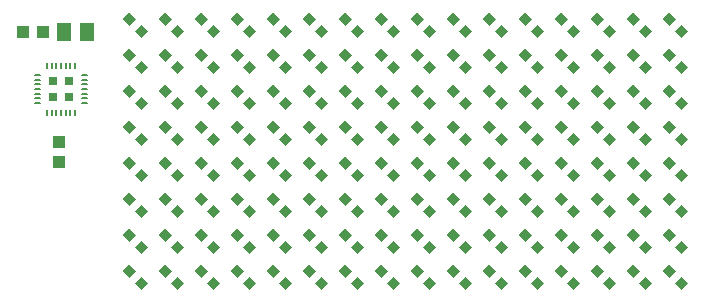
<source format=gbr>
G04 EAGLE Gerber RS-274X export*
G75*
%MOMM*%
%FSLAX34Y34*%
%LPD*%
%INSolderpaste Top*%
%IPPOS*%
%AMOC8*
5,1,8,0,0,1.08239X$1,22.5*%
G01*
%ADD10R,0.800000X0.800000*%
%ADD11C,0.180000*%
%ADD12R,0.700000X0.700000*%
%ADD13R,1.240000X1.500000*%
%ADD14R,1.075000X1.000000*%
%ADD15R,1.000000X1.075000*%


D10*
G36*
X110264Y10699D02*
X115920Y16355D01*
X121576Y10699D01*
X115920Y5043D01*
X110264Y10699D01*
G37*
G36*
X99658Y21305D02*
X105314Y26961D01*
X110970Y21305D01*
X105314Y15649D01*
X99658Y21305D01*
G37*
G36*
X110264Y41179D02*
X115920Y46835D01*
X121576Y41179D01*
X115920Y35523D01*
X110264Y41179D01*
G37*
G36*
X99658Y51785D02*
X105314Y57441D01*
X110970Y51785D01*
X105314Y46129D01*
X99658Y51785D01*
G37*
G36*
X110264Y71659D02*
X115920Y77315D01*
X121576Y71659D01*
X115920Y66003D01*
X110264Y71659D01*
G37*
G36*
X99658Y82265D02*
X105314Y87921D01*
X110970Y82265D01*
X105314Y76609D01*
X99658Y82265D01*
G37*
G36*
X110264Y102139D02*
X115920Y107795D01*
X121576Y102139D01*
X115920Y96483D01*
X110264Y102139D01*
G37*
G36*
X99658Y112745D02*
X105314Y118401D01*
X110970Y112745D01*
X105314Y107089D01*
X99658Y112745D01*
G37*
G36*
X110264Y132619D02*
X115920Y138275D01*
X121576Y132619D01*
X115920Y126963D01*
X110264Y132619D01*
G37*
G36*
X99658Y143225D02*
X105314Y148881D01*
X110970Y143225D01*
X105314Y137569D01*
X99658Y143225D01*
G37*
G36*
X110264Y163099D02*
X115920Y168755D01*
X121576Y163099D01*
X115920Y157443D01*
X110264Y163099D01*
G37*
G36*
X99658Y173705D02*
X105314Y179361D01*
X110970Y173705D01*
X105314Y168049D01*
X99658Y173705D01*
G37*
G36*
X110264Y193579D02*
X115920Y199235D01*
X121576Y193579D01*
X115920Y187923D01*
X110264Y193579D01*
G37*
G36*
X99658Y204185D02*
X105314Y209841D01*
X110970Y204185D01*
X105314Y198529D01*
X99658Y204185D01*
G37*
G36*
X110264Y224059D02*
X115920Y229715D01*
X121576Y224059D01*
X115920Y218403D01*
X110264Y224059D01*
G37*
G36*
X99658Y234665D02*
X105314Y240321D01*
X110970Y234665D01*
X105314Y229009D01*
X99658Y234665D01*
G37*
G36*
X140744Y10699D02*
X146400Y16355D01*
X152056Y10699D01*
X146400Y5043D01*
X140744Y10699D01*
G37*
G36*
X130138Y21305D02*
X135794Y26961D01*
X141450Y21305D01*
X135794Y15649D01*
X130138Y21305D01*
G37*
G36*
X140744Y41179D02*
X146400Y46835D01*
X152056Y41179D01*
X146400Y35523D01*
X140744Y41179D01*
G37*
G36*
X130138Y51785D02*
X135794Y57441D01*
X141450Y51785D01*
X135794Y46129D01*
X130138Y51785D01*
G37*
G36*
X140744Y71659D02*
X146400Y77315D01*
X152056Y71659D01*
X146400Y66003D01*
X140744Y71659D01*
G37*
G36*
X130138Y82265D02*
X135794Y87921D01*
X141450Y82265D01*
X135794Y76609D01*
X130138Y82265D01*
G37*
G36*
X140744Y102139D02*
X146400Y107795D01*
X152056Y102139D01*
X146400Y96483D01*
X140744Y102139D01*
G37*
G36*
X130138Y112745D02*
X135794Y118401D01*
X141450Y112745D01*
X135794Y107089D01*
X130138Y112745D01*
G37*
G36*
X140744Y132619D02*
X146400Y138275D01*
X152056Y132619D01*
X146400Y126963D01*
X140744Y132619D01*
G37*
G36*
X130138Y143225D02*
X135794Y148881D01*
X141450Y143225D01*
X135794Y137569D01*
X130138Y143225D01*
G37*
G36*
X140744Y163099D02*
X146400Y168755D01*
X152056Y163099D01*
X146400Y157443D01*
X140744Y163099D01*
G37*
G36*
X130138Y173705D02*
X135794Y179361D01*
X141450Y173705D01*
X135794Y168049D01*
X130138Y173705D01*
G37*
G36*
X140744Y193579D02*
X146400Y199235D01*
X152056Y193579D01*
X146400Y187923D01*
X140744Y193579D01*
G37*
G36*
X130138Y204185D02*
X135794Y209841D01*
X141450Y204185D01*
X135794Y198529D01*
X130138Y204185D01*
G37*
G36*
X140744Y224059D02*
X146400Y229715D01*
X152056Y224059D01*
X146400Y218403D01*
X140744Y224059D01*
G37*
G36*
X130138Y234665D02*
X135794Y240321D01*
X141450Y234665D01*
X135794Y229009D01*
X130138Y234665D01*
G37*
G36*
X171224Y10699D02*
X176880Y16355D01*
X182536Y10699D01*
X176880Y5043D01*
X171224Y10699D01*
G37*
G36*
X160618Y21305D02*
X166274Y26961D01*
X171930Y21305D01*
X166274Y15649D01*
X160618Y21305D01*
G37*
G36*
X171224Y41179D02*
X176880Y46835D01*
X182536Y41179D01*
X176880Y35523D01*
X171224Y41179D01*
G37*
G36*
X160618Y51785D02*
X166274Y57441D01*
X171930Y51785D01*
X166274Y46129D01*
X160618Y51785D01*
G37*
G36*
X171224Y71659D02*
X176880Y77315D01*
X182536Y71659D01*
X176880Y66003D01*
X171224Y71659D01*
G37*
G36*
X160618Y82265D02*
X166274Y87921D01*
X171930Y82265D01*
X166274Y76609D01*
X160618Y82265D01*
G37*
G36*
X171224Y102139D02*
X176880Y107795D01*
X182536Y102139D01*
X176880Y96483D01*
X171224Y102139D01*
G37*
G36*
X160618Y112745D02*
X166274Y118401D01*
X171930Y112745D01*
X166274Y107089D01*
X160618Y112745D01*
G37*
G36*
X171224Y132619D02*
X176880Y138275D01*
X182536Y132619D01*
X176880Y126963D01*
X171224Y132619D01*
G37*
G36*
X160618Y143225D02*
X166274Y148881D01*
X171930Y143225D01*
X166274Y137569D01*
X160618Y143225D01*
G37*
G36*
X171224Y163099D02*
X176880Y168755D01*
X182536Y163099D01*
X176880Y157443D01*
X171224Y163099D01*
G37*
G36*
X160618Y173705D02*
X166274Y179361D01*
X171930Y173705D01*
X166274Y168049D01*
X160618Y173705D01*
G37*
G36*
X171224Y193579D02*
X176880Y199235D01*
X182536Y193579D01*
X176880Y187923D01*
X171224Y193579D01*
G37*
G36*
X160618Y204185D02*
X166274Y209841D01*
X171930Y204185D01*
X166274Y198529D01*
X160618Y204185D01*
G37*
G36*
X171224Y224059D02*
X176880Y229715D01*
X182536Y224059D01*
X176880Y218403D01*
X171224Y224059D01*
G37*
G36*
X160618Y234665D02*
X166274Y240321D01*
X171930Y234665D01*
X166274Y229009D01*
X160618Y234665D01*
G37*
G36*
X201704Y10699D02*
X207360Y16355D01*
X213016Y10699D01*
X207360Y5043D01*
X201704Y10699D01*
G37*
G36*
X191098Y21305D02*
X196754Y26961D01*
X202410Y21305D01*
X196754Y15649D01*
X191098Y21305D01*
G37*
G36*
X201704Y41179D02*
X207360Y46835D01*
X213016Y41179D01*
X207360Y35523D01*
X201704Y41179D01*
G37*
G36*
X191098Y51785D02*
X196754Y57441D01*
X202410Y51785D01*
X196754Y46129D01*
X191098Y51785D01*
G37*
G36*
X201704Y71659D02*
X207360Y77315D01*
X213016Y71659D01*
X207360Y66003D01*
X201704Y71659D01*
G37*
G36*
X191098Y82265D02*
X196754Y87921D01*
X202410Y82265D01*
X196754Y76609D01*
X191098Y82265D01*
G37*
G36*
X201704Y102139D02*
X207360Y107795D01*
X213016Y102139D01*
X207360Y96483D01*
X201704Y102139D01*
G37*
G36*
X191098Y112745D02*
X196754Y118401D01*
X202410Y112745D01*
X196754Y107089D01*
X191098Y112745D01*
G37*
G36*
X201704Y132619D02*
X207360Y138275D01*
X213016Y132619D01*
X207360Y126963D01*
X201704Y132619D01*
G37*
G36*
X191098Y143225D02*
X196754Y148881D01*
X202410Y143225D01*
X196754Y137569D01*
X191098Y143225D01*
G37*
G36*
X201704Y163099D02*
X207360Y168755D01*
X213016Y163099D01*
X207360Y157443D01*
X201704Y163099D01*
G37*
G36*
X191098Y173705D02*
X196754Y179361D01*
X202410Y173705D01*
X196754Y168049D01*
X191098Y173705D01*
G37*
G36*
X201704Y193579D02*
X207360Y199235D01*
X213016Y193579D01*
X207360Y187923D01*
X201704Y193579D01*
G37*
G36*
X191098Y204185D02*
X196754Y209841D01*
X202410Y204185D01*
X196754Y198529D01*
X191098Y204185D01*
G37*
G36*
X201704Y224059D02*
X207360Y229715D01*
X213016Y224059D01*
X207360Y218403D01*
X201704Y224059D01*
G37*
G36*
X191098Y234665D02*
X196754Y240321D01*
X202410Y234665D01*
X196754Y229009D01*
X191098Y234665D01*
G37*
G36*
X232184Y10699D02*
X237840Y16355D01*
X243496Y10699D01*
X237840Y5043D01*
X232184Y10699D01*
G37*
G36*
X221578Y21305D02*
X227234Y26961D01*
X232890Y21305D01*
X227234Y15649D01*
X221578Y21305D01*
G37*
G36*
X232184Y41179D02*
X237840Y46835D01*
X243496Y41179D01*
X237840Y35523D01*
X232184Y41179D01*
G37*
G36*
X221578Y51785D02*
X227234Y57441D01*
X232890Y51785D01*
X227234Y46129D01*
X221578Y51785D01*
G37*
G36*
X232184Y71659D02*
X237840Y77315D01*
X243496Y71659D01*
X237840Y66003D01*
X232184Y71659D01*
G37*
G36*
X221578Y82265D02*
X227234Y87921D01*
X232890Y82265D01*
X227234Y76609D01*
X221578Y82265D01*
G37*
G36*
X232184Y102139D02*
X237840Y107795D01*
X243496Y102139D01*
X237840Y96483D01*
X232184Y102139D01*
G37*
G36*
X221578Y112745D02*
X227234Y118401D01*
X232890Y112745D01*
X227234Y107089D01*
X221578Y112745D01*
G37*
G36*
X232184Y132619D02*
X237840Y138275D01*
X243496Y132619D01*
X237840Y126963D01*
X232184Y132619D01*
G37*
G36*
X221578Y143225D02*
X227234Y148881D01*
X232890Y143225D01*
X227234Y137569D01*
X221578Y143225D01*
G37*
G36*
X232184Y163099D02*
X237840Y168755D01*
X243496Y163099D01*
X237840Y157443D01*
X232184Y163099D01*
G37*
G36*
X221578Y173705D02*
X227234Y179361D01*
X232890Y173705D01*
X227234Y168049D01*
X221578Y173705D01*
G37*
G36*
X232184Y193579D02*
X237840Y199235D01*
X243496Y193579D01*
X237840Y187923D01*
X232184Y193579D01*
G37*
G36*
X221578Y204185D02*
X227234Y209841D01*
X232890Y204185D01*
X227234Y198529D01*
X221578Y204185D01*
G37*
G36*
X232184Y224059D02*
X237840Y229715D01*
X243496Y224059D01*
X237840Y218403D01*
X232184Y224059D01*
G37*
G36*
X221578Y234665D02*
X227234Y240321D01*
X232890Y234665D01*
X227234Y229009D01*
X221578Y234665D01*
G37*
G36*
X262664Y10699D02*
X268320Y16355D01*
X273976Y10699D01*
X268320Y5043D01*
X262664Y10699D01*
G37*
G36*
X252058Y21305D02*
X257714Y26961D01*
X263370Y21305D01*
X257714Y15649D01*
X252058Y21305D01*
G37*
G36*
X262664Y41179D02*
X268320Y46835D01*
X273976Y41179D01*
X268320Y35523D01*
X262664Y41179D01*
G37*
G36*
X252058Y51785D02*
X257714Y57441D01*
X263370Y51785D01*
X257714Y46129D01*
X252058Y51785D01*
G37*
G36*
X262664Y71659D02*
X268320Y77315D01*
X273976Y71659D01*
X268320Y66003D01*
X262664Y71659D01*
G37*
G36*
X252058Y82265D02*
X257714Y87921D01*
X263370Y82265D01*
X257714Y76609D01*
X252058Y82265D01*
G37*
G36*
X262664Y102139D02*
X268320Y107795D01*
X273976Y102139D01*
X268320Y96483D01*
X262664Y102139D01*
G37*
G36*
X252058Y112745D02*
X257714Y118401D01*
X263370Y112745D01*
X257714Y107089D01*
X252058Y112745D01*
G37*
G36*
X262664Y132619D02*
X268320Y138275D01*
X273976Y132619D01*
X268320Y126963D01*
X262664Y132619D01*
G37*
G36*
X252058Y143225D02*
X257714Y148881D01*
X263370Y143225D01*
X257714Y137569D01*
X252058Y143225D01*
G37*
G36*
X262664Y163099D02*
X268320Y168755D01*
X273976Y163099D01*
X268320Y157443D01*
X262664Y163099D01*
G37*
G36*
X252058Y173705D02*
X257714Y179361D01*
X263370Y173705D01*
X257714Y168049D01*
X252058Y173705D01*
G37*
G36*
X262664Y193579D02*
X268320Y199235D01*
X273976Y193579D01*
X268320Y187923D01*
X262664Y193579D01*
G37*
G36*
X252058Y204185D02*
X257714Y209841D01*
X263370Y204185D01*
X257714Y198529D01*
X252058Y204185D01*
G37*
G36*
X262664Y224059D02*
X268320Y229715D01*
X273976Y224059D01*
X268320Y218403D01*
X262664Y224059D01*
G37*
G36*
X252058Y234665D02*
X257714Y240321D01*
X263370Y234665D01*
X257714Y229009D01*
X252058Y234665D01*
G37*
G36*
X293144Y10699D02*
X298800Y16355D01*
X304456Y10699D01*
X298800Y5043D01*
X293144Y10699D01*
G37*
G36*
X282538Y21305D02*
X288194Y26961D01*
X293850Y21305D01*
X288194Y15649D01*
X282538Y21305D01*
G37*
G36*
X293144Y41179D02*
X298800Y46835D01*
X304456Y41179D01*
X298800Y35523D01*
X293144Y41179D01*
G37*
G36*
X282538Y51785D02*
X288194Y57441D01*
X293850Y51785D01*
X288194Y46129D01*
X282538Y51785D01*
G37*
G36*
X293144Y71659D02*
X298800Y77315D01*
X304456Y71659D01*
X298800Y66003D01*
X293144Y71659D01*
G37*
G36*
X282538Y82265D02*
X288194Y87921D01*
X293850Y82265D01*
X288194Y76609D01*
X282538Y82265D01*
G37*
G36*
X293144Y102139D02*
X298800Y107795D01*
X304456Y102139D01*
X298800Y96483D01*
X293144Y102139D01*
G37*
G36*
X282538Y112745D02*
X288194Y118401D01*
X293850Y112745D01*
X288194Y107089D01*
X282538Y112745D01*
G37*
G36*
X293144Y132619D02*
X298800Y138275D01*
X304456Y132619D01*
X298800Y126963D01*
X293144Y132619D01*
G37*
G36*
X282538Y143225D02*
X288194Y148881D01*
X293850Y143225D01*
X288194Y137569D01*
X282538Y143225D01*
G37*
G36*
X293144Y163099D02*
X298800Y168755D01*
X304456Y163099D01*
X298800Y157443D01*
X293144Y163099D01*
G37*
G36*
X282538Y173705D02*
X288194Y179361D01*
X293850Y173705D01*
X288194Y168049D01*
X282538Y173705D01*
G37*
G36*
X293144Y193579D02*
X298800Y199235D01*
X304456Y193579D01*
X298800Y187923D01*
X293144Y193579D01*
G37*
G36*
X282538Y204185D02*
X288194Y209841D01*
X293850Y204185D01*
X288194Y198529D01*
X282538Y204185D01*
G37*
G36*
X293144Y224059D02*
X298800Y229715D01*
X304456Y224059D01*
X298800Y218403D01*
X293144Y224059D01*
G37*
G36*
X282538Y234665D02*
X288194Y240321D01*
X293850Y234665D01*
X288194Y229009D01*
X282538Y234665D01*
G37*
G36*
X323624Y10699D02*
X329280Y16355D01*
X334936Y10699D01*
X329280Y5043D01*
X323624Y10699D01*
G37*
G36*
X313018Y21305D02*
X318674Y26961D01*
X324330Y21305D01*
X318674Y15649D01*
X313018Y21305D01*
G37*
G36*
X323624Y41179D02*
X329280Y46835D01*
X334936Y41179D01*
X329280Y35523D01*
X323624Y41179D01*
G37*
G36*
X313018Y51785D02*
X318674Y57441D01*
X324330Y51785D01*
X318674Y46129D01*
X313018Y51785D01*
G37*
G36*
X323624Y71659D02*
X329280Y77315D01*
X334936Y71659D01*
X329280Y66003D01*
X323624Y71659D01*
G37*
G36*
X313018Y82265D02*
X318674Y87921D01*
X324330Y82265D01*
X318674Y76609D01*
X313018Y82265D01*
G37*
G36*
X323624Y102139D02*
X329280Y107795D01*
X334936Y102139D01*
X329280Y96483D01*
X323624Y102139D01*
G37*
G36*
X313018Y112745D02*
X318674Y118401D01*
X324330Y112745D01*
X318674Y107089D01*
X313018Y112745D01*
G37*
G36*
X323624Y132619D02*
X329280Y138275D01*
X334936Y132619D01*
X329280Y126963D01*
X323624Y132619D01*
G37*
G36*
X313018Y143225D02*
X318674Y148881D01*
X324330Y143225D01*
X318674Y137569D01*
X313018Y143225D01*
G37*
G36*
X323624Y163099D02*
X329280Y168755D01*
X334936Y163099D01*
X329280Y157443D01*
X323624Y163099D01*
G37*
G36*
X313018Y173705D02*
X318674Y179361D01*
X324330Y173705D01*
X318674Y168049D01*
X313018Y173705D01*
G37*
G36*
X323624Y193579D02*
X329280Y199235D01*
X334936Y193579D01*
X329280Y187923D01*
X323624Y193579D01*
G37*
G36*
X313018Y204185D02*
X318674Y209841D01*
X324330Y204185D01*
X318674Y198529D01*
X313018Y204185D01*
G37*
G36*
X323624Y224059D02*
X329280Y229715D01*
X334936Y224059D01*
X329280Y218403D01*
X323624Y224059D01*
G37*
G36*
X313018Y234665D02*
X318674Y240321D01*
X324330Y234665D01*
X318674Y229009D01*
X313018Y234665D01*
G37*
G36*
X354104Y10699D02*
X359760Y16355D01*
X365416Y10699D01*
X359760Y5043D01*
X354104Y10699D01*
G37*
G36*
X343498Y21305D02*
X349154Y26961D01*
X354810Y21305D01*
X349154Y15649D01*
X343498Y21305D01*
G37*
G36*
X354104Y41179D02*
X359760Y46835D01*
X365416Y41179D01*
X359760Y35523D01*
X354104Y41179D01*
G37*
G36*
X343498Y51785D02*
X349154Y57441D01*
X354810Y51785D01*
X349154Y46129D01*
X343498Y51785D01*
G37*
G36*
X354104Y71659D02*
X359760Y77315D01*
X365416Y71659D01*
X359760Y66003D01*
X354104Y71659D01*
G37*
G36*
X343498Y82265D02*
X349154Y87921D01*
X354810Y82265D01*
X349154Y76609D01*
X343498Y82265D01*
G37*
G36*
X354104Y102139D02*
X359760Y107795D01*
X365416Y102139D01*
X359760Y96483D01*
X354104Y102139D01*
G37*
G36*
X343498Y112745D02*
X349154Y118401D01*
X354810Y112745D01*
X349154Y107089D01*
X343498Y112745D01*
G37*
G36*
X354104Y132619D02*
X359760Y138275D01*
X365416Y132619D01*
X359760Y126963D01*
X354104Y132619D01*
G37*
G36*
X343498Y143225D02*
X349154Y148881D01*
X354810Y143225D01*
X349154Y137569D01*
X343498Y143225D01*
G37*
G36*
X354104Y163099D02*
X359760Y168755D01*
X365416Y163099D01*
X359760Y157443D01*
X354104Y163099D01*
G37*
G36*
X343498Y173705D02*
X349154Y179361D01*
X354810Y173705D01*
X349154Y168049D01*
X343498Y173705D01*
G37*
G36*
X354104Y193579D02*
X359760Y199235D01*
X365416Y193579D01*
X359760Y187923D01*
X354104Y193579D01*
G37*
G36*
X343498Y204185D02*
X349154Y209841D01*
X354810Y204185D01*
X349154Y198529D01*
X343498Y204185D01*
G37*
G36*
X354104Y224059D02*
X359760Y229715D01*
X365416Y224059D01*
X359760Y218403D01*
X354104Y224059D01*
G37*
G36*
X343498Y234665D02*
X349154Y240321D01*
X354810Y234665D01*
X349154Y229009D01*
X343498Y234665D01*
G37*
G36*
X384584Y10699D02*
X390240Y16355D01*
X395896Y10699D01*
X390240Y5043D01*
X384584Y10699D01*
G37*
G36*
X373978Y21305D02*
X379634Y26961D01*
X385290Y21305D01*
X379634Y15649D01*
X373978Y21305D01*
G37*
G36*
X384584Y41179D02*
X390240Y46835D01*
X395896Y41179D01*
X390240Y35523D01*
X384584Y41179D01*
G37*
G36*
X373978Y51785D02*
X379634Y57441D01*
X385290Y51785D01*
X379634Y46129D01*
X373978Y51785D01*
G37*
G36*
X384584Y71659D02*
X390240Y77315D01*
X395896Y71659D01*
X390240Y66003D01*
X384584Y71659D01*
G37*
G36*
X373978Y82265D02*
X379634Y87921D01*
X385290Y82265D01*
X379634Y76609D01*
X373978Y82265D01*
G37*
G36*
X384584Y102139D02*
X390240Y107795D01*
X395896Y102139D01*
X390240Y96483D01*
X384584Y102139D01*
G37*
G36*
X373978Y112745D02*
X379634Y118401D01*
X385290Y112745D01*
X379634Y107089D01*
X373978Y112745D01*
G37*
G36*
X384584Y132619D02*
X390240Y138275D01*
X395896Y132619D01*
X390240Y126963D01*
X384584Y132619D01*
G37*
G36*
X373978Y143225D02*
X379634Y148881D01*
X385290Y143225D01*
X379634Y137569D01*
X373978Y143225D01*
G37*
G36*
X384584Y163099D02*
X390240Y168755D01*
X395896Y163099D01*
X390240Y157443D01*
X384584Y163099D01*
G37*
G36*
X373978Y173705D02*
X379634Y179361D01*
X385290Y173705D01*
X379634Y168049D01*
X373978Y173705D01*
G37*
G36*
X384584Y193579D02*
X390240Y199235D01*
X395896Y193579D01*
X390240Y187923D01*
X384584Y193579D01*
G37*
G36*
X373978Y204185D02*
X379634Y209841D01*
X385290Y204185D01*
X379634Y198529D01*
X373978Y204185D01*
G37*
G36*
X384584Y224059D02*
X390240Y229715D01*
X395896Y224059D01*
X390240Y218403D01*
X384584Y224059D01*
G37*
G36*
X373978Y234665D02*
X379634Y240321D01*
X385290Y234665D01*
X379634Y229009D01*
X373978Y234665D01*
G37*
G36*
X415064Y10699D02*
X420720Y16355D01*
X426376Y10699D01*
X420720Y5043D01*
X415064Y10699D01*
G37*
G36*
X404458Y21305D02*
X410114Y26961D01*
X415770Y21305D01*
X410114Y15649D01*
X404458Y21305D01*
G37*
G36*
X415064Y41179D02*
X420720Y46835D01*
X426376Y41179D01*
X420720Y35523D01*
X415064Y41179D01*
G37*
G36*
X404458Y51785D02*
X410114Y57441D01*
X415770Y51785D01*
X410114Y46129D01*
X404458Y51785D01*
G37*
G36*
X415064Y71659D02*
X420720Y77315D01*
X426376Y71659D01*
X420720Y66003D01*
X415064Y71659D01*
G37*
G36*
X404458Y82265D02*
X410114Y87921D01*
X415770Y82265D01*
X410114Y76609D01*
X404458Y82265D01*
G37*
G36*
X415064Y102139D02*
X420720Y107795D01*
X426376Y102139D01*
X420720Y96483D01*
X415064Y102139D01*
G37*
G36*
X404458Y112745D02*
X410114Y118401D01*
X415770Y112745D01*
X410114Y107089D01*
X404458Y112745D01*
G37*
G36*
X415064Y132619D02*
X420720Y138275D01*
X426376Y132619D01*
X420720Y126963D01*
X415064Y132619D01*
G37*
G36*
X404458Y143225D02*
X410114Y148881D01*
X415770Y143225D01*
X410114Y137569D01*
X404458Y143225D01*
G37*
G36*
X415064Y163099D02*
X420720Y168755D01*
X426376Y163099D01*
X420720Y157443D01*
X415064Y163099D01*
G37*
G36*
X404458Y173705D02*
X410114Y179361D01*
X415770Y173705D01*
X410114Y168049D01*
X404458Y173705D01*
G37*
G36*
X415064Y193579D02*
X420720Y199235D01*
X426376Y193579D01*
X420720Y187923D01*
X415064Y193579D01*
G37*
G36*
X404458Y204185D02*
X410114Y209841D01*
X415770Y204185D01*
X410114Y198529D01*
X404458Y204185D01*
G37*
G36*
X415064Y224059D02*
X420720Y229715D01*
X426376Y224059D01*
X420720Y218403D01*
X415064Y224059D01*
G37*
G36*
X404458Y234665D02*
X410114Y240321D01*
X415770Y234665D01*
X410114Y229009D01*
X404458Y234665D01*
G37*
G36*
X445544Y10699D02*
X451200Y16355D01*
X456856Y10699D01*
X451200Y5043D01*
X445544Y10699D01*
G37*
G36*
X434938Y21305D02*
X440594Y26961D01*
X446250Y21305D01*
X440594Y15649D01*
X434938Y21305D01*
G37*
G36*
X445544Y41179D02*
X451200Y46835D01*
X456856Y41179D01*
X451200Y35523D01*
X445544Y41179D01*
G37*
G36*
X434938Y51785D02*
X440594Y57441D01*
X446250Y51785D01*
X440594Y46129D01*
X434938Y51785D01*
G37*
G36*
X445544Y71659D02*
X451200Y77315D01*
X456856Y71659D01*
X451200Y66003D01*
X445544Y71659D01*
G37*
G36*
X434938Y82265D02*
X440594Y87921D01*
X446250Y82265D01*
X440594Y76609D01*
X434938Y82265D01*
G37*
G36*
X445544Y102139D02*
X451200Y107795D01*
X456856Y102139D01*
X451200Y96483D01*
X445544Y102139D01*
G37*
G36*
X434938Y112745D02*
X440594Y118401D01*
X446250Y112745D01*
X440594Y107089D01*
X434938Y112745D01*
G37*
G36*
X445544Y132619D02*
X451200Y138275D01*
X456856Y132619D01*
X451200Y126963D01*
X445544Y132619D01*
G37*
G36*
X434938Y143225D02*
X440594Y148881D01*
X446250Y143225D01*
X440594Y137569D01*
X434938Y143225D01*
G37*
G36*
X445544Y163099D02*
X451200Y168755D01*
X456856Y163099D01*
X451200Y157443D01*
X445544Y163099D01*
G37*
G36*
X434938Y173705D02*
X440594Y179361D01*
X446250Y173705D01*
X440594Y168049D01*
X434938Y173705D01*
G37*
G36*
X445544Y193579D02*
X451200Y199235D01*
X456856Y193579D01*
X451200Y187923D01*
X445544Y193579D01*
G37*
G36*
X434938Y204185D02*
X440594Y209841D01*
X446250Y204185D01*
X440594Y198529D01*
X434938Y204185D01*
G37*
G36*
X445544Y224059D02*
X451200Y229715D01*
X456856Y224059D01*
X451200Y218403D01*
X445544Y224059D01*
G37*
G36*
X434938Y234665D02*
X440594Y240321D01*
X446250Y234665D01*
X440594Y229009D01*
X434938Y234665D01*
G37*
G36*
X476024Y10699D02*
X481680Y16355D01*
X487336Y10699D01*
X481680Y5043D01*
X476024Y10699D01*
G37*
G36*
X465418Y21305D02*
X471074Y26961D01*
X476730Y21305D01*
X471074Y15649D01*
X465418Y21305D01*
G37*
G36*
X476024Y41179D02*
X481680Y46835D01*
X487336Y41179D01*
X481680Y35523D01*
X476024Y41179D01*
G37*
G36*
X465418Y51785D02*
X471074Y57441D01*
X476730Y51785D01*
X471074Y46129D01*
X465418Y51785D01*
G37*
G36*
X476024Y71659D02*
X481680Y77315D01*
X487336Y71659D01*
X481680Y66003D01*
X476024Y71659D01*
G37*
G36*
X465418Y82265D02*
X471074Y87921D01*
X476730Y82265D01*
X471074Y76609D01*
X465418Y82265D01*
G37*
G36*
X476024Y102139D02*
X481680Y107795D01*
X487336Y102139D01*
X481680Y96483D01*
X476024Y102139D01*
G37*
G36*
X465418Y112745D02*
X471074Y118401D01*
X476730Y112745D01*
X471074Y107089D01*
X465418Y112745D01*
G37*
G36*
X476024Y132619D02*
X481680Y138275D01*
X487336Y132619D01*
X481680Y126963D01*
X476024Y132619D01*
G37*
G36*
X465418Y143225D02*
X471074Y148881D01*
X476730Y143225D01*
X471074Y137569D01*
X465418Y143225D01*
G37*
G36*
X476024Y163099D02*
X481680Y168755D01*
X487336Y163099D01*
X481680Y157443D01*
X476024Y163099D01*
G37*
G36*
X465418Y173705D02*
X471074Y179361D01*
X476730Y173705D01*
X471074Y168049D01*
X465418Y173705D01*
G37*
G36*
X476024Y193579D02*
X481680Y199235D01*
X487336Y193579D01*
X481680Y187923D01*
X476024Y193579D01*
G37*
G36*
X465418Y204185D02*
X471074Y209841D01*
X476730Y204185D01*
X471074Y198529D01*
X465418Y204185D01*
G37*
G36*
X476024Y224059D02*
X481680Y229715D01*
X487336Y224059D01*
X481680Y218403D01*
X476024Y224059D01*
G37*
G36*
X465418Y234665D02*
X471074Y240321D01*
X476730Y234665D01*
X471074Y229009D01*
X465418Y234665D01*
G37*
G36*
X506504Y10699D02*
X512160Y16355D01*
X517816Y10699D01*
X512160Y5043D01*
X506504Y10699D01*
G37*
G36*
X495898Y21305D02*
X501554Y26961D01*
X507210Y21305D01*
X501554Y15649D01*
X495898Y21305D01*
G37*
G36*
X506504Y41179D02*
X512160Y46835D01*
X517816Y41179D01*
X512160Y35523D01*
X506504Y41179D01*
G37*
G36*
X495898Y51785D02*
X501554Y57441D01*
X507210Y51785D01*
X501554Y46129D01*
X495898Y51785D01*
G37*
G36*
X506504Y71659D02*
X512160Y77315D01*
X517816Y71659D01*
X512160Y66003D01*
X506504Y71659D01*
G37*
G36*
X495898Y82265D02*
X501554Y87921D01*
X507210Y82265D01*
X501554Y76609D01*
X495898Y82265D01*
G37*
G36*
X506504Y102139D02*
X512160Y107795D01*
X517816Y102139D01*
X512160Y96483D01*
X506504Y102139D01*
G37*
G36*
X495898Y112745D02*
X501554Y118401D01*
X507210Y112745D01*
X501554Y107089D01*
X495898Y112745D01*
G37*
G36*
X506504Y132619D02*
X512160Y138275D01*
X517816Y132619D01*
X512160Y126963D01*
X506504Y132619D01*
G37*
G36*
X495898Y143225D02*
X501554Y148881D01*
X507210Y143225D01*
X501554Y137569D01*
X495898Y143225D01*
G37*
G36*
X506504Y163099D02*
X512160Y168755D01*
X517816Y163099D01*
X512160Y157443D01*
X506504Y163099D01*
G37*
G36*
X495898Y173705D02*
X501554Y179361D01*
X507210Y173705D01*
X501554Y168049D01*
X495898Y173705D01*
G37*
G36*
X506504Y193579D02*
X512160Y199235D01*
X517816Y193579D01*
X512160Y187923D01*
X506504Y193579D01*
G37*
G36*
X495898Y204185D02*
X501554Y209841D01*
X507210Y204185D01*
X501554Y198529D01*
X495898Y204185D01*
G37*
G36*
X506504Y224059D02*
X512160Y229715D01*
X517816Y224059D01*
X512160Y218403D01*
X506504Y224059D01*
G37*
G36*
X495898Y234665D02*
X501554Y240321D01*
X507210Y234665D01*
X501554Y229009D01*
X495898Y234665D01*
G37*
G36*
X536984Y10699D02*
X542640Y16355D01*
X548296Y10699D01*
X542640Y5043D01*
X536984Y10699D01*
G37*
G36*
X526378Y21305D02*
X532034Y26961D01*
X537690Y21305D01*
X532034Y15649D01*
X526378Y21305D01*
G37*
G36*
X536984Y41179D02*
X542640Y46835D01*
X548296Y41179D01*
X542640Y35523D01*
X536984Y41179D01*
G37*
G36*
X526378Y51785D02*
X532034Y57441D01*
X537690Y51785D01*
X532034Y46129D01*
X526378Y51785D01*
G37*
G36*
X536984Y71659D02*
X542640Y77315D01*
X548296Y71659D01*
X542640Y66003D01*
X536984Y71659D01*
G37*
G36*
X526378Y82265D02*
X532034Y87921D01*
X537690Y82265D01*
X532034Y76609D01*
X526378Y82265D01*
G37*
G36*
X536984Y102139D02*
X542640Y107795D01*
X548296Y102139D01*
X542640Y96483D01*
X536984Y102139D01*
G37*
G36*
X526378Y112745D02*
X532034Y118401D01*
X537690Y112745D01*
X532034Y107089D01*
X526378Y112745D01*
G37*
G36*
X536984Y132619D02*
X542640Y138275D01*
X548296Y132619D01*
X542640Y126963D01*
X536984Y132619D01*
G37*
G36*
X526378Y143225D02*
X532034Y148881D01*
X537690Y143225D01*
X532034Y137569D01*
X526378Y143225D01*
G37*
G36*
X536984Y163099D02*
X542640Y168755D01*
X548296Y163099D01*
X542640Y157443D01*
X536984Y163099D01*
G37*
G36*
X526378Y173705D02*
X532034Y179361D01*
X537690Y173705D01*
X532034Y168049D01*
X526378Y173705D01*
G37*
G36*
X536984Y193579D02*
X542640Y199235D01*
X548296Y193579D01*
X542640Y187923D01*
X536984Y193579D01*
G37*
G36*
X526378Y204185D02*
X532034Y209841D01*
X537690Y204185D01*
X532034Y198529D01*
X526378Y204185D01*
G37*
G36*
X536984Y224059D02*
X542640Y229715D01*
X548296Y224059D01*
X542640Y218403D01*
X536984Y224059D01*
G37*
G36*
X526378Y234665D02*
X532034Y240321D01*
X537690Y234665D01*
X532034Y229009D01*
X526378Y234665D01*
G37*
G36*
X567464Y10699D02*
X573120Y16355D01*
X578776Y10699D01*
X573120Y5043D01*
X567464Y10699D01*
G37*
G36*
X556858Y21305D02*
X562514Y26961D01*
X568170Y21305D01*
X562514Y15649D01*
X556858Y21305D01*
G37*
G36*
X567464Y41179D02*
X573120Y46835D01*
X578776Y41179D01*
X573120Y35523D01*
X567464Y41179D01*
G37*
G36*
X556858Y51785D02*
X562514Y57441D01*
X568170Y51785D01*
X562514Y46129D01*
X556858Y51785D01*
G37*
G36*
X567464Y71659D02*
X573120Y77315D01*
X578776Y71659D01*
X573120Y66003D01*
X567464Y71659D01*
G37*
G36*
X556858Y82265D02*
X562514Y87921D01*
X568170Y82265D01*
X562514Y76609D01*
X556858Y82265D01*
G37*
G36*
X567464Y102139D02*
X573120Y107795D01*
X578776Y102139D01*
X573120Y96483D01*
X567464Y102139D01*
G37*
G36*
X556858Y112745D02*
X562514Y118401D01*
X568170Y112745D01*
X562514Y107089D01*
X556858Y112745D01*
G37*
G36*
X567464Y132619D02*
X573120Y138275D01*
X578776Y132619D01*
X573120Y126963D01*
X567464Y132619D01*
G37*
G36*
X556858Y143225D02*
X562514Y148881D01*
X568170Y143225D01*
X562514Y137569D01*
X556858Y143225D01*
G37*
G36*
X567464Y163099D02*
X573120Y168755D01*
X578776Y163099D01*
X573120Y157443D01*
X567464Y163099D01*
G37*
G36*
X556858Y173705D02*
X562514Y179361D01*
X568170Y173705D01*
X562514Y168049D01*
X556858Y173705D01*
G37*
G36*
X567464Y193579D02*
X573120Y199235D01*
X578776Y193579D01*
X573120Y187923D01*
X567464Y193579D01*
G37*
G36*
X556858Y204185D02*
X562514Y209841D01*
X568170Y204185D01*
X562514Y198529D01*
X556858Y204185D01*
G37*
G36*
X567464Y224059D02*
X573120Y229715D01*
X578776Y224059D01*
X573120Y218403D01*
X567464Y224059D01*
G37*
G36*
X556858Y234665D02*
X562514Y240321D01*
X568170Y234665D01*
X562514Y229009D01*
X556858Y234665D01*
G37*
D11*
X59625Y197360D02*
X59625Y193160D01*
X55625Y193160D02*
X55625Y197360D01*
X51625Y197360D02*
X51625Y193160D01*
X47625Y193160D02*
X47625Y197360D01*
X43625Y197360D02*
X43625Y193160D01*
X39625Y193160D02*
X39625Y197360D01*
X35625Y197360D02*
X35625Y193160D01*
X29725Y187260D02*
X25525Y187260D01*
X25525Y183260D02*
X29725Y183260D01*
X29725Y179260D02*
X25525Y179260D01*
X25525Y175260D02*
X29725Y175260D01*
X29725Y171260D02*
X25525Y171260D01*
X25525Y167260D02*
X29725Y167260D01*
X29725Y163260D02*
X25525Y163260D01*
X35625Y157360D02*
X35625Y153160D01*
X39625Y153160D02*
X39625Y157360D01*
X43625Y157360D02*
X43625Y153160D01*
X47625Y153160D02*
X47625Y157360D01*
X51625Y157360D02*
X51625Y153160D01*
X55625Y153160D02*
X55625Y157360D01*
X59625Y157360D02*
X59625Y153160D01*
X65525Y163260D02*
X69725Y163260D01*
X69725Y167260D02*
X65525Y167260D01*
X65525Y171260D02*
X69725Y171260D01*
X69725Y175260D02*
X65525Y175260D01*
X65525Y179260D02*
X69725Y179260D01*
X69725Y183260D02*
X65525Y183260D01*
X65525Y187260D02*
X69725Y187260D01*
D12*
X54125Y181760D03*
X54125Y168760D03*
X41125Y168760D03*
X41125Y181760D03*
D13*
X69190Y223520D03*
X50190Y223520D03*
D14*
X32630Y223520D03*
X15630Y223520D03*
D15*
X45720Y113420D03*
X45720Y130420D03*
M02*

</source>
